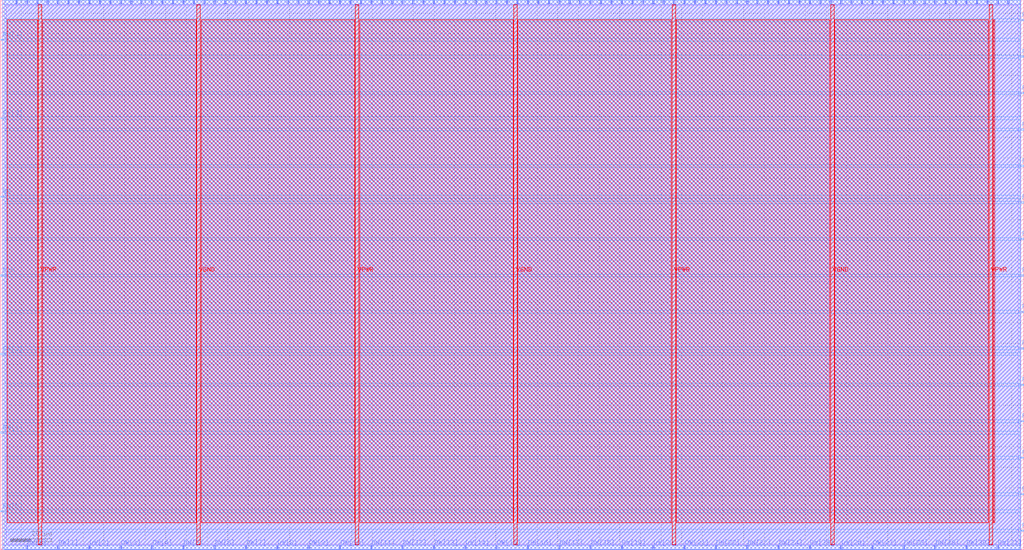
<source format=lef>
VERSION 5.7 ;
  NOWIREEXTENSIONATPIN ON ;
  DIVIDERCHAR "/" ;
  BUSBITCHARS "[]" ;
MACRO DFFRF_3R1W
  CLASS BLOCK ;
  FOREIGN DFFRF_3R1W ;
  ORIGIN 0.000 0.000 ;
  SIZE 495.880 BY 266.560 ;
  PIN CLK
    DIRECTION INPUT ;
    USE SIGNAL ;
    PORT
      LAYER met3 ;
        RECT 0.000 132.640 2.000 133.240 ;
    END
  END CLK
  PIN DA[0]
    DIRECTION OUTPUT TRISTATE ;
    USE SIGNAL ;
    PORT
      LAYER met2 ;
        RECT 7.450 264.560 7.730 266.560 ;
    END
  END DA[0]
  PIN DA[10]
    DIRECTION OUTPUT TRISTATE ;
    USE SIGNAL ;
    PORT
      LAYER met2 ;
        RECT 58.050 264.560 58.330 266.560 ;
    END
  END DA[10]
  PIN DA[11]
    DIRECTION OUTPUT TRISTATE ;
    USE SIGNAL ;
    PORT
      LAYER met2 ;
        RECT 63.110 264.560 63.390 266.560 ;
    END
  END DA[11]
  PIN DA[12]
    DIRECTION OUTPUT TRISTATE ;
    USE SIGNAL ;
    PORT
      LAYER met2 ;
        RECT 68.170 264.560 68.450 266.560 ;
    END
  END DA[12]
  PIN DA[13]
    DIRECTION OUTPUT TRISTATE ;
    USE SIGNAL ;
    PORT
      LAYER met2 ;
        RECT 73.230 264.560 73.510 266.560 ;
    END
  END DA[13]
  PIN DA[14]
    DIRECTION OUTPUT TRISTATE ;
    USE SIGNAL ;
    PORT
      LAYER met2 ;
        RECT 78.290 264.560 78.570 266.560 ;
    END
  END DA[14]
  PIN DA[15]
    DIRECTION OUTPUT TRISTATE ;
    USE SIGNAL ;
    PORT
      LAYER met2 ;
        RECT 83.350 264.560 83.630 266.560 ;
    END
  END DA[15]
  PIN DA[16]
    DIRECTION OUTPUT TRISTATE ;
    USE SIGNAL ;
    PORT
      LAYER met2 ;
        RECT 88.410 264.560 88.690 266.560 ;
    END
  END DA[16]
  PIN DA[17]
    DIRECTION OUTPUT TRISTATE ;
    USE SIGNAL ;
    PORT
      LAYER met2 ;
        RECT 93.470 264.560 93.750 266.560 ;
    END
  END DA[17]
  PIN DA[18]
    DIRECTION OUTPUT TRISTATE ;
    USE SIGNAL ;
    PORT
      LAYER met2 ;
        RECT 98.530 264.560 98.810 266.560 ;
    END
  END DA[18]
  PIN DA[19]
    DIRECTION OUTPUT TRISTATE ;
    USE SIGNAL ;
    PORT
      LAYER met2 ;
        RECT 103.590 264.560 103.870 266.560 ;
    END
  END DA[19]
  PIN DA[1]
    DIRECTION OUTPUT TRISTATE ;
    USE SIGNAL ;
    PORT
      LAYER met2 ;
        RECT 12.510 264.560 12.790 266.560 ;
    END
  END DA[1]
  PIN DA[20]
    DIRECTION OUTPUT TRISTATE ;
    USE SIGNAL ;
    PORT
      LAYER met2 ;
        RECT 108.650 264.560 108.930 266.560 ;
    END
  END DA[20]
  PIN DA[21]
    DIRECTION OUTPUT TRISTATE ;
    USE SIGNAL ;
    PORT
      LAYER met2 ;
        RECT 113.710 264.560 113.990 266.560 ;
    END
  END DA[21]
  PIN DA[22]
    DIRECTION OUTPUT TRISTATE ;
    USE SIGNAL ;
    PORT
      LAYER met2 ;
        RECT 118.770 264.560 119.050 266.560 ;
    END
  END DA[22]
  PIN DA[23]
    DIRECTION OUTPUT TRISTATE ;
    USE SIGNAL ;
    PORT
      LAYER met2 ;
        RECT 123.830 264.560 124.110 266.560 ;
    END
  END DA[23]
  PIN DA[24]
    DIRECTION OUTPUT TRISTATE ;
    USE SIGNAL ;
    PORT
      LAYER met2 ;
        RECT 128.890 264.560 129.170 266.560 ;
    END
  END DA[24]
  PIN DA[25]
    DIRECTION OUTPUT TRISTATE ;
    USE SIGNAL ;
    PORT
      LAYER met2 ;
        RECT 133.950 264.560 134.230 266.560 ;
    END
  END DA[25]
  PIN DA[26]
    DIRECTION OUTPUT TRISTATE ;
    USE SIGNAL ;
    PORT
      LAYER met2 ;
        RECT 139.010 264.560 139.290 266.560 ;
    END
  END DA[26]
  PIN DA[27]
    DIRECTION OUTPUT TRISTATE ;
    USE SIGNAL ;
    PORT
      LAYER met2 ;
        RECT 144.070 264.560 144.350 266.560 ;
    END
  END DA[27]
  PIN DA[28]
    DIRECTION OUTPUT TRISTATE ;
    USE SIGNAL ;
    PORT
      LAYER met2 ;
        RECT 149.130 264.560 149.410 266.560 ;
    END
  END DA[28]
  PIN DA[29]
    DIRECTION OUTPUT TRISTATE ;
    USE SIGNAL ;
    PORT
      LAYER met2 ;
        RECT 154.190 264.560 154.470 266.560 ;
    END
  END DA[29]
  PIN DA[2]
    DIRECTION OUTPUT TRISTATE ;
    USE SIGNAL ;
    PORT
      LAYER met2 ;
        RECT 17.570 264.560 17.850 266.560 ;
    END
  END DA[2]
  PIN DA[30]
    DIRECTION OUTPUT TRISTATE ;
    USE SIGNAL ;
    PORT
      LAYER met2 ;
        RECT 159.250 264.560 159.530 266.560 ;
    END
  END DA[30]
  PIN DA[31]
    DIRECTION OUTPUT TRISTATE ;
    USE SIGNAL ;
    PORT
      LAYER met2 ;
        RECT 164.310 264.560 164.590 266.560 ;
    END
  END DA[31]
  PIN DA[3]
    DIRECTION OUTPUT TRISTATE ;
    USE SIGNAL ;
    PORT
      LAYER met2 ;
        RECT 22.630 264.560 22.910 266.560 ;
    END
  END DA[3]
  PIN DA[4]
    DIRECTION OUTPUT TRISTATE ;
    USE SIGNAL ;
    PORT
      LAYER met2 ;
        RECT 27.690 264.560 27.970 266.560 ;
    END
  END DA[4]
  PIN DA[5]
    DIRECTION OUTPUT TRISTATE ;
    USE SIGNAL ;
    PORT
      LAYER met2 ;
        RECT 32.750 264.560 33.030 266.560 ;
    END
  END DA[5]
  PIN DA[6]
    DIRECTION OUTPUT TRISTATE ;
    USE SIGNAL ;
    PORT
      LAYER met2 ;
        RECT 37.810 264.560 38.090 266.560 ;
    END
  END DA[6]
  PIN DA[7]
    DIRECTION OUTPUT TRISTATE ;
    USE SIGNAL ;
    PORT
      LAYER met2 ;
        RECT 42.870 264.560 43.150 266.560 ;
    END
  END DA[7]
  PIN DA[8]
    DIRECTION OUTPUT TRISTATE ;
    USE SIGNAL ;
    PORT
      LAYER met2 ;
        RECT 47.930 264.560 48.210 266.560 ;
    END
  END DA[8]
  PIN DA[9]
    DIRECTION OUTPUT TRISTATE ;
    USE SIGNAL ;
    PORT
      LAYER met2 ;
        RECT 52.990 264.560 53.270 266.560 ;
    END
  END DA[9]
  PIN DB[0]
    DIRECTION OUTPUT TRISTATE ;
    USE SIGNAL ;
    PORT
      LAYER met2 ;
        RECT 169.370 264.560 169.650 266.560 ;
    END
  END DB[0]
  PIN DB[10]
    DIRECTION OUTPUT TRISTATE ;
    USE SIGNAL ;
    PORT
      LAYER met2 ;
        RECT 219.970 264.560 220.250 266.560 ;
    END
  END DB[10]
  PIN DB[11]
    DIRECTION OUTPUT TRISTATE ;
    USE SIGNAL ;
    PORT
      LAYER met2 ;
        RECT 225.030 264.560 225.310 266.560 ;
    END
  END DB[11]
  PIN DB[12]
    DIRECTION OUTPUT TRISTATE ;
    USE SIGNAL ;
    PORT
      LAYER met2 ;
        RECT 230.090 264.560 230.370 266.560 ;
    END
  END DB[12]
  PIN DB[13]
    DIRECTION OUTPUT TRISTATE ;
    USE SIGNAL ;
    PORT
      LAYER met2 ;
        RECT 235.150 264.560 235.430 266.560 ;
    END
  END DB[13]
  PIN DB[14]
    DIRECTION OUTPUT TRISTATE ;
    USE SIGNAL ;
    PORT
      LAYER met2 ;
        RECT 240.210 264.560 240.490 266.560 ;
    END
  END DB[14]
  PIN DB[15]
    DIRECTION OUTPUT TRISTATE ;
    USE SIGNAL ;
    PORT
      LAYER met2 ;
        RECT 245.270 264.560 245.550 266.560 ;
    END
  END DB[15]
  PIN DB[16]
    DIRECTION OUTPUT TRISTATE ;
    USE SIGNAL ;
    PORT
      LAYER met2 ;
        RECT 250.330 264.560 250.610 266.560 ;
    END
  END DB[16]
  PIN DB[17]
    DIRECTION OUTPUT TRISTATE ;
    USE SIGNAL ;
    PORT
      LAYER met2 ;
        RECT 255.390 264.560 255.670 266.560 ;
    END
  END DB[17]
  PIN DB[18]
    DIRECTION OUTPUT TRISTATE ;
    USE SIGNAL ;
    PORT
      LAYER met2 ;
        RECT 260.450 264.560 260.730 266.560 ;
    END
  END DB[18]
  PIN DB[19]
    DIRECTION OUTPUT TRISTATE ;
    USE SIGNAL ;
    PORT
      LAYER met2 ;
        RECT 265.510 264.560 265.790 266.560 ;
    END
  END DB[19]
  PIN DB[1]
    DIRECTION OUTPUT TRISTATE ;
    USE SIGNAL ;
    PORT
      LAYER met2 ;
        RECT 174.430 264.560 174.710 266.560 ;
    END
  END DB[1]
  PIN DB[20]
    DIRECTION OUTPUT TRISTATE ;
    USE SIGNAL ;
    PORT
      LAYER met2 ;
        RECT 270.570 264.560 270.850 266.560 ;
    END
  END DB[20]
  PIN DB[21]
    DIRECTION OUTPUT TRISTATE ;
    USE SIGNAL ;
    PORT
      LAYER met2 ;
        RECT 275.630 264.560 275.910 266.560 ;
    END
  END DB[21]
  PIN DB[22]
    DIRECTION OUTPUT TRISTATE ;
    USE SIGNAL ;
    PORT
      LAYER met2 ;
        RECT 280.690 264.560 280.970 266.560 ;
    END
  END DB[22]
  PIN DB[23]
    DIRECTION OUTPUT TRISTATE ;
    USE SIGNAL ;
    PORT
      LAYER met2 ;
        RECT 285.750 264.560 286.030 266.560 ;
    END
  END DB[23]
  PIN DB[24]
    DIRECTION OUTPUT TRISTATE ;
    USE SIGNAL ;
    PORT
      LAYER met2 ;
        RECT 290.810 264.560 291.090 266.560 ;
    END
  END DB[24]
  PIN DB[25]
    DIRECTION OUTPUT TRISTATE ;
    USE SIGNAL ;
    PORT
      LAYER met2 ;
        RECT 295.870 264.560 296.150 266.560 ;
    END
  END DB[25]
  PIN DB[26]
    DIRECTION OUTPUT TRISTATE ;
    USE SIGNAL ;
    PORT
      LAYER met2 ;
        RECT 300.930 264.560 301.210 266.560 ;
    END
  END DB[26]
  PIN DB[27]
    DIRECTION OUTPUT TRISTATE ;
    USE SIGNAL ;
    PORT
      LAYER met2 ;
        RECT 305.990 264.560 306.270 266.560 ;
    END
  END DB[27]
  PIN DB[28]
    DIRECTION OUTPUT TRISTATE ;
    USE SIGNAL ;
    PORT
      LAYER met2 ;
        RECT 311.050 264.560 311.330 266.560 ;
    END
  END DB[28]
  PIN DB[29]
    DIRECTION OUTPUT TRISTATE ;
    USE SIGNAL ;
    PORT
      LAYER met2 ;
        RECT 316.110 264.560 316.390 266.560 ;
    END
  END DB[29]
  PIN DB[2]
    DIRECTION OUTPUT TRISTATE ;
    USE SIGNAL ;
    PORT
      LAYER met2 ;
        RECT 179.490 264.560 179.770 266.560 ;
    END
  END DB[2]
  PIN DB[30]
    DIRECTION OUTPUT TRISTATE ;
    USE SIGNAL ;
    PORT
      LAYER met2 ;
        RECT 321.170 264.560 321.450 266.560 ;
    END
  END DB[30]
  PIN DB[31]
    DIRECTION OUTPUT TRISTATE ;
    USE SIGNAL ;
    PORT
      LAYER met2 ;
        RECT 326.230 264.560 326.510 266.560 ;
    END
  END DB[31]
  PIN DB[3]
    DIRECTION OUTPUT TRISTATE ;
    USE SIGNAL ;
    PORT
      LAYER met2 ;
        RECT 184.550 264.560 184.830 266.560 ;
    END
  END DB[3]
  PIN DB[4]
    DIRECTION OUTPUT TRISTATE ;
    USE SIGNAL ;
    PORT
      LAYER met2 ;
        RECT 189.610 264.560 189.890 266.560 ;
    END
  END DB[4]
  PIN DB[5]
    DIRECTION OUTPUT TRISTATE ;
    USE SIGNAL ;
    PORT
      LAYER met2 ;
        RECT 194.670 264.560 194.950 266.560 ;
    END
  END DB[5]
  PIN DB[6]
    DIRECTION OUTPUT TRISTATE ;
    USE SIGNAL ;
    PORT
      LAYER met2 ;
        RECT 199.730 264.560 200.010 266.560 ;
    END
  END DB[6]
  PIN DB[7]
    DIRECTION OUTPUT TRISTATE ;
    USE SIGNAL ;
    PORT
      LAYER met2 ;
        RECT 204.790 264.560 205.070 266.560 ;
    END
  END DB[7]
  PIN DB[8]
    DIRECTION OUTPUT TRISTATE ;
    USE SIGNAL ;
    PORT
      LAYER met2 ;
        RECT 209.850 264.560 210.130 266.560 ;
    END
  END DB[8]
  PIN DB[9]
    DIRECTION OUTPUT TRISTATE ;
    USE SIGNAL ;
    PORT
      LAYER met2 ;
        RECT 214.910 264.560 215.190 266.560 ;
    END
  END DB[9]
  PIN DC[0]
    DIRECTION OUTPUT TRISTATE ;
    USE SIGNAL ;
    PORT
      LAYER met2 ;
        RECT 331.290 264.560 331.570 266.560 ;
    END
  END DC[0]
  PIN DC[10]
    DIRECTION OUTPUT TRISTATE ;
    USE SIGNAL ;
    PORT
      LAYER met2 ;
        RECT 381.890 264.560 382.170 266.560 ;
    END
  END DC[10]
  PIN DC[11]
    DIRECTION OUTPUT TRISTATE ;
    USE SIGNAL ;
    PORT
      LAYER met2 ;
        RECT 386.950 264.560 387.230 266.560 ;
    END
  END DC[11]
  PIN DC[12]
    DIRECTION OUTPUT TRISTATE ;
    USE SIGNAL ;
    PORT
      LAYER met2 ;
        RECT 392.010 264.560 392.290 266.560 ;
    END
  END DC[12]
  PIN DC[13]
    DIRECTION OUTPUT TRISTATE ;
    USE SIGNAL ;
    PORT
      LAYER met2 ;
        RECT 397.070 264.560 397.350 266.560 ;
    END
  END DC[13]
  PIN DC[14]
    DIRECTION OUTPUT TRISTATE ;
    USE SIGNAL ;
    PORT
      LAYER met2 ;
        RECT 402.130 264.560 402.410 266.560 ;
    END
  END DC[14]
  PIN DC[15]
    DIRECTION OUTPUT TRISTATE ;
    USE SIGNAL ;
    PORT
      LAYER met2 ;
        RECT 407.190 264.560 407.470 266.560 ;
    END
  END DC[15]
  PIN DC[16]
    DIRECTION OUTPUT TRISTATE ;
    USE SIGNAL ;
    PORT
      LAYER met2 ;
        RECT 412.250 264.560 412.530 266.560 ;
    END
  END DC[16]
  PIN DC[17]
    DIRECTION OUTPUT TRISTATE ;
    USE SIGNAL ;
    PORT
      LAYER met2 ;
        RECT 417.310 264.560 417.590 266.560 ;
    END
  END DC[17]
  PIN DC[18]
    DIRECTION OUTPUT TRISTATE ;
    USE SIGNAL ;
    PORT
      LAYER met2 ;
        RECT 422.370 264.560 422.650 266.560 ;
    END
  END DC[18]
  PIN DC[19]
    DIRECTION OUTPUT TRISTATE ;
    USE SIGNAL ;
    PORT
      LAYER met2 ;
        RECT 427.430 264.560 427.710 266.560 ;
    END
  END DC[19]
  PIN DC[1]
    DIRECTION OUTPUT TRISTATE ;
    USE SIGNAL ;
    PORT
      LAYER met2 ;
        RECT 336.350 264.560 336.630 266.560 ;
    END
  END DC[1]
  PIN DC[20]
    DIRECTION OUTPUT TRISTATE ;
    USE SIGNAL ;
    PORT
      LAYER met2 ;
        RECT 432.490 264.560 432.770 266.560 ;
    END
  END DC[20]
  PIN DC[21]
    DIRECTION OUTPUT TRISTATE ;
    USE SIGNAL ;
    PORT
      LAYER met2 ;
        RECT 437.550 264.560 437.830 266.560 ;
    END
  END DC[21]
  PIN DC[22]
    DIRECTION OUTPUT TRISTATE ;
    USE SIGNAL ;
    PORT
      LAYER met2 ;
        RECT 442.610 264.560 442.890 266.560 ;
    END
  END DC[22]
  PIN DC[23]
    DIRECTION OUTPUT TRISTATE ;
    USE SIGNAL ;
    PORT
      LAYER met2 ;
        RECT 447.670 264.560 447.950 266.560 ;
    END
  END DC[23]
  PIN DC[24]
    DIRECTION OUTPUT TRISTATE ;
    USE SIGNAL ;
    PORT
      LAYER met2 ;
        RECT 452.730 264.560 453.010 266.560 ;
    END
  END DC[24]
  PIN DC[25]
    DIRECTION OUTPUT TRISTATE ;
    USE SIGNAL ;
    PORT
      LAYER met2 ;
        RECT 457.790 264.560 458.070 266.560 ;
    END
  END DC[25]
  PIN DC[26]
    DIRECTION OUTPUT TRISTATE ;
    USE SIGNAL ;
    PORT
      LAYER met2 ;
        RECT 462.850 264.560 463.130 266.560 ;
    END
  END DC[26]
  PIN DC[27]
    DIRECTION OUTPUT TRISTATE ;
    USE SIGNAL ;
    PORT
      LAYER met2 ;
        RECT 467.910 264.560 468.190 266.560 ;
    END
  END DC[27]
  PIN DC[28]
    DIRECTION OUTPUT TRISTATE ;
    USE SIGNAL ;
    PORT
      LAYER met2 ;
        RECT 472.970 264.560 473.250 266.560 ;
    END
  END DC[28]
  PIN DC[29]
    DIRECTION OUTPUT TRISTATE ;
    USE SIGNAL ;
    PORT
      LAYER met2 ;
        RECT 478.030 264.560 478.310 266.560 ;
    END
  END DC[29]
  PIN DC[2]
    DIRECTION OUTPUT TRISTATE ;
    USE SIGNAL ;
    PORT
      LAYER met2 ;
        RECT 341.410 264.560 341.690 266.560 ;
    END
  END DC[2]
  PIN DC[30]
    DIRECTION OUTPUT TRISTATE ;
    USE SIGNAL ;
    PORT
      LAYER met2 ;
        RECT 483.090 264.560 483.370 266.560 ;
    END
  END DC[30]
  PIN DC[31]
    DIRECTION OUTPUT TRISTATE ;
    USE SIGNAL ;
    PORT
      LAYER met2 ;
        RECT 488.150 264.560 488.430 266.560 ;
    END
  END DC[31]
  PIN DC[3]
    DIRECTION OUTPUT TRISTATE ;
    USE SIGNAL ;
    PORT
      LAYER met2 ;
        RECT 346.470 264.560 346.750 266.560 ;
    END
  END DC[3]
  PIN DC[4]
    DIRECTION OUTPUT TRISTATE ;
    USE SIGNAL ;
    PORT
      LAYER met2 ;
        RECT 351.530 264.560 351.810 266.560 ;
    END
  END DC[4]
  PIN DC[5]
    DIRECTION OUTPUT TRISTATE ;
    USE SIGNAL ;
    PORT
      LAYER met2 ;
        RECT 356.590 264.560 356.870 266.560 ;
    END
  END DC[5]
  PIN DC[6]
    DIRECTION OUTPUT TRISTATE ;
    USE SIGNAL ;
    PORT
      LAYER met2 ;
        RECT 361.650 264.560 361.930 266.560 ;
    END
  END DC[6]
  PIN DC[7]
    DIRECTION OUTPUT TRISTATE ;
    USE SIGNAL ;
    PORT
      LAYER met2 ;
        RECT 366.710 264.560 366.990 266.560 ;
    END
  END DC[7]
  PIN DC[8]
    DIRECTION OUTPUT TRISTATE ;
    USE SIGNAL ;
    PORT
      LAYER met2 ;
        RECT 371.770 264.560 372.050 266.560 ;
    END
  END DC[8]
  PIN DC[9]
    DIRECTION OUTPUT TRISTATE ;
    USE SIGNAL ;
    PORT
      LAYER met2 ;
        RECT 376.830 264.560 377.110 266.560 ;
    END
  END DC[9]
  PIN DW[0]
    DIRECTION INPUT ;
    USE SIGNAL ;
    PORT
      LAYER met2 ;
        RECT 12.510 0.000 12.790 2.000 ;
    END
  END DW[0]
  PIN DW[10]
    DIRECTION INPUT ;
    USE SIGNAL ;
    PORT
      LAYER met2 ;
        RECT 164.310 0.000 164.590 2.000 ;
    END
  END DW[10]
  PIN DW[11]
    DIRECTION INPUT ;
    USE SIGNAL ;
    PORT
      LAYER met2 ;
        RECT 179.490 0.000 179.770 2.000 ;
    END
  END DW[11]
  PIN DW[12]
    DIRECTION INPUT ;
    USE SIGNAL ;
    PORT
      LAYER met2 ;
        RECT 194.670 0.000 194.950 2.000 ;
    END
  END DW[12]
  PIN DW[13]
    DIRECTION INPUT ;
    USE SIGNAL ;
    PORT
      LAYER met2 ;
        RECT 209.850 0.000 210.130 2.000 ;
    END
  END DW[13]
  PIN DW[14]
    DIRECTION INPUT ;
    USE SIGNAL ;
    PORT
      LAYER met2 ;
        RECT 225.030 0.000 225.310 2.000 ;
    END
  END DW[14]
  PIN DW[15]
    DIRECTION INPUT ;
    USE SIGNAL ;
    PORT
      LAYER met2 ;
        RECT 240.210 0.000 240.490 2.000 ;
    END
  END DW[15]
  PIN DW[16]
    DIRECTION INPUT ;
    USE SIGNAL ;
    PORT
      LAYER met2 ;
        RECT 255.390 0.000 255.670 2.000 ;
    END
  END DW[16]
  PIN DW[17]
    DIRECTION INPUT ;
    USE SIGNAL ;
    PORT
      LAYER met2 ;
        RECT 270.570 0.000 270.850 2.000 ;
    END
  END DW[17]
  PIN DW[18]
    DIRECTION INPUT ;
    USE SIGNAL ;
    PORT
      LAYER met2 ;
        RECT 285.750 0.000 286.030 2.000 ;
    END
  END DW[18]
  PIN DW[19]
    DIRECTION INPUT ;
    USE SIGNAL ;
    PORT
      LAYER met2 ;
        RECT 300.930 0.000 301.210 2.000 ;
    END
  END DW[19]
  PIN DW[1]
    DIRECTION INPUT ;
    USE SIGNAL ;
    PORT
      LAYER met2 ;
        RECT 27.690 0.000 27.970 2.000 ;
    END
  END DW[1]
  PIN DW[20]
    DIRECTION INPUT ;
    USE SIGNAL ;
    PORT
      LAYER met2 ;
        RECT 316.110 0.000 316.390 2.000 ;
    END
  END DW[20]
  PIN DW[21]
    DIRECTION INPUT ;
    USE SIGNAL ;
    PORT
      LAYER met2 ;
        RECT 331.290 0.000 331.570 2.000 ;
    END
  END DW[21]
  PIN DW[22]
    DIRECTION INPUT ;
    USE SIGNAL ;
    PORT
      LAYER met2 ;
        RECT 346.470 0.000 346.750 2.000 ;
    END
  END DW[22]
  PIN DW[23]
    DIRECTION INPUT ;
    USE SIGNAL ;
    PORT
      LAYER met2 ;
        RECT 361.650 0.000 361.930 2.000 ;
    END
  END DW[23]
  PIN DW[24]
    DIRECTION INPUT ;
    USE SIGNAL ;
    PORT
      LAYER met2 ;
        RECT 376.830 0.000 377.110 2.000 ;
    END
  END DW[24]
  PIN DW[25]
    DIRECTION INPUT ;
    USE SIGNAL ;
    PORT
      LAYER met2 ;
        RECT 392.010 0.000 392.290 2.000 ;
    END
  END DW[25]
  PIN DW[26]
    DIRECTION INPUT ;
    USE SIGNAL ;
    PORT
      LAYER met2 ;
        RECT 407.190 0.000 407.470 2.000 ;
    END
  END DW[26]
  PIN DW[27]
    DIRECTION INPUT ;
    USE SIGNAL ;
    PORT
      LAYER met2 ;
        RECT 422.370 0.000 422.650 2.000 ;
    END
  END DW[27]
  PIN DW[28]
    DIRECTION INPUT ;
    USE SIGNAL ;
    PORT
      LAYER met2 ;
        RECT 437.550 0.000 437.830 2.000 ;
    END
  END DW[28]
  PIN DW[29]
    DIRECTION INPUT ;
    USE SIGNAL ;
    PORT
      LAYER met2 ;
        RECT 452.730 0.000 453.010 2.000 ;
    END
  END DW[29]
  PIN DW[2]
    DIRECTION INPUT ;
    USE SIGNAL ;
    PORT
      LAYER met2 ;
        RECT 42.870 0.000 43.150 2.000 ;
    END
  END DW[2]
  PIN DW[30]
    DIRECTION INPUT ;
    USE SIGNAL ;
    PORT
      LAYER met2 ;
        RECT 467.910 0.000 468.190 2.000 ;
    END
  END DW[30]
  PIN DW[31]
    DIRECTION INPUT ;
    USE SIGNAL ;
    PORT
      LAYER met2 ;
        RECT 483.090 0.000 483.370 2.000 ;
    END
  END DW[31]
  PIN DW[3]
    DIRECTION INPUT ;
    USE SIGNAL ;
    PORT
      LAYER met2 ;
        RECT 58.050 0.000 58.330 2.000 ;
    END
  END DW[3]
  PIN DW[4]
    DIRECTION INPUT ;
    USE SIGNAL ;
    PORT
      LAYER met2 ;
        RECT 73.230 0.000 73.510 2.000 ;
    END
  END DW[4]
  PIN DW[5]
    DIRECTION INPUT ;
    USE SIGNAL ;
    PORT
      LAYER met2 ;
        RECT 88.410 0.000 88.690 2.000 ;
    END
  END DW[5]
  PIN DW[6]
    DIRECTION INPUT ;
    USE SIGNAL ;
    PORT
      LAYER met2 ;
        RECT 103.590 0.000 103.870 2.000 ;
    END
  END DW[6]
  PIN DW[7]
    DIRECTION INPUT ;
    USE SIGNAL ;
    PORT
      LAYER met2 ;
        RECT 118.770 0.000 119.050 2.000 ;
    END
  END DW[7]
  PIN DW[8]
    DIRECTION INPUT ;
    USE SIGNAL ;
    PORT
      LAYER met2 ;
        RECT 133.950 0.000 134.230 2.000 ;
    END
  END DW[8]
  PIN DW[9]
    DIRECTION INPUT ;
    USE SIGNAL ;
    PORT
      LAYER met2 ;
        RECT 149.130 0.000 149.410 2.000 ;
    END
  END DW[9]
  PIN RA[0]
    DIRECTION INPUT ;
    USE SIGNAL ;
    PORT
      LAYER met3 ;
        RECT 493.880 8.880 495.880 9.480 ;
    END
  END RA[0]
  PIN RA[1]
    DIRECTION INPUT ;
    USE SIGNAL ;
    PORT
      LAYER met3 ;
        RECT 493.880 26.560 495.880 27.160 ;
    END
  END RA[1]
  PIN RA[2]
    DIRECTION INPUT ;
    USE SIGNAL ;
    PORT
      LAYER met3 ;
        RECT 493.880 44.240 495.880 44.840 ;
    END
  END RA[2]
  PIN RA[3]
    DIRECTION INPUT ;
    USE SIGNAL ;
    PORT
      LAYER met3 ;
        RECT 493.880 61.920 495.880 62.520 ;
    END
  END RA[3]
  PIN RA[4]
    DIRECTION INPUT ;
    USE SIGNAL ;
    PORT
      LAYER met3 ;
        RECT 493.880 79.600 495.880 80.200 ;
    END
  END RA[4]
  PIN RB[0]
    DIRECTION INPUT ;
    USE SIGNAL ;
    PORT
      LAYER met3 ;
        RECT 493.880 97.280 495.880 97.880 ;
    END
  END RB[0]
  PIN RB[1]
    DIRECTION INPUT ;
    USE SIGNAL ;
    PORT
      LAYER met3 ;
        RECT 493.880 114.960 495.880 115.560 ;
    END
  END RB[1]
  PIN RB[2]
    DIRECTION INPUT ;
    USE SIGNAL ;
    PORT
      LAYER met3 ;
        RECT 493.880 132.640 495.880 133.240 ;
    END
  END RB[2]
  PIN RB[3]
    DIRECTION INPUT ;
    USE SIGNAL ;
    PORT
      LAYER met3 ;
        RECT 493.880 150.320 495.880 150.920 ;
    END
  END RB[3]
  PIN RB[4]
    DIRECTION INPUT ;
    USE SIGNAL ;
    PORT
      LAYER met3 ;
        RECT 493.880 168.000 495.880 168.600 ;
    END
  END RB[4]
  PIN RC[0]
    DIRECTION INPUT ;
    USE SIGNAL ;
    PORT
      LAYER met3 ;
        RECT 493.880 185.680 495.880 186.280 ;
    END
  END RC[0]
  PIN RC[1]
    DIRECTION INPUT ;
    USE SIGNAL ;
    PORT
      LAYER met3 ;
        RECT 493.880 203.360 495.880 203.960 ;
    END
  END RC[1]
  PIN RC[2]
    DIRECTION INPUT ;
    USE SIGNAL ;
    PORT
      LAYER met3 ;
        RECT 493.880 221.040 495.880 221.640 ;
    END
  END RC[2]
  PIN RC[3]
    DIRECTION INPUT ;
    USE SIGNAL ;
    PORT
      LAYER met3 ;
        RECT 493.880 238.720 495.880 239.320 ;
    END
  END RC[3]
  PIN RC[4]
    DIRECTION INPUT ;
    USE SIGNAL ;
    PORT
      LAYER met3 ;
        RECT 493.880 256.400 495.880 257.000 ;
    END
  END RC[4]
  PIN RW[0]
    DIRECTION INPUT ;
    USE SIGNAL ;
    PORT
      LAYER met3 ;
        RECT 0.000 18.400 2.000 19.000 ;
    END
  END RW[0]
  PIN RW[1]
    DIRECTION INPUT ;
    USE SIGNAL ;
    PORT
      LAYER met3 ;
        RECT 0.000 56.480 2.000 57.080 ;
    END
  END RW[1]
  PIN RW[2]
    DIRECTION INPUT ;
    USE SIGNAL ;
    PORT
      LAYER met3 ;
        RECT 0.000 94.560 2.000 95.160 ;
    END
  END RW[2]
  PIN RW[3]
    DIRECTION INPUT ;
    USE SIGNAL ;
    PORT
      LAYER met3 ;
        RECT 0.000 208.800 2.000 209.400 ;
    END
  END RW[3]
  PIN RW[4]
    DIRECTION INPUT ;
    USE SIGNAL ;
    PORT
      LAYER met3 ;
        RECT 0.000 246.880 2.000 247.480 ;
    END
  END RW[4]
  PIN VGND
    DIRECTION INOUT ;
    USE GROUND ;
    PORT
      LAYER met4 ;
        RECT 95.080 2.480 96.680 264.080 ;
    END
    PORT
      LAYER met4 ;
        RECT 248.680 2.480 250.280 264.080 ;
    END
    PORT
      LAYER met4 ;
        RECT 402.280 2.480 403.880 264.080 ;
    END
  END VGND
  PIN VPWR
    DIRECTION INOUT ;
    USE POWER ;
    PORT
      LAYER met4 ;
        RECT 18.280 2.480 19.880 264.080 ;
    END
    PORT
      LAYER met4 ;
        RECT 171.880 2.480 173.480 264.080 ;
    END
    PORT
      LAYER met4 ;
        RECT 325.480 2.480 327.080 264.080 ;
    END
    PORT
      LAYER met4 ;
        RECT 479.080 2.480 480.680 264.080 ;
    END
  END VPWR
  PIN WE
    DIRECTION INPUT ;
    USE SIGNAL ;
    PORT
      LAYER met3 ;
        RECT 0.000 170.720 2.000 171.320 ;
    END
  END WE
  OBS
      LAYER li1 ;
        RECT 2.760 2.635 493.120 263.925 ;
      LAYER met1 ;
        RECT 0.990 0.040 494.430 266.520 ;
      LAYER met2 ;
        RECT 1.020 264.280 7.170 266.550 ;
        RECT 8.010 264.280 12.230 266.550 ;
        RECT 13.070 264.280 17.290 266.550 ;
        RECT 18.130 264.280 22.350 266.550 ;
        RECT 23.190 264.280 27.410 266.550 ;
        RECT 28.250 264.280 32.470 266.550 ;
        RECT 33.310 264.280 37.530 266.550 ;
        RECT 38.370 264.280 42.590 266.550 ;
        RECT 43.430 264.280 47.650 266.550 ;
        RECT 48.490 264.280 52.710 266.550 ;
        RECT 53.550 264.280 57.770 266.550 ;
        RECT 58.610 264.280 62.830 266.550 ;
        RECT 63.670 264.280 67.890 266.550 ;
        RECT 68.730 264.280 72.950 266.550 ;
        RECT 73.790 264.280 78.010 266.550 ;
        RECT 78.850 264.280 83.070 266.550 ;
        RECT 83.910 264.280 88.130 266.550 ;
        RECT 88.970 264.280 93.190 266.550 ;
        RECT 94.030 264.280 98.250 266.550 ;
        RECT 99.090 264.280 103.310 266.550 ;
        RECT 104.150 264.280 108.370 266.550 ;
        RECT 109.210 264.280 113.430 266.550 ;
        RECT 114.270 264.280 118.490 266.550 ;
        RECT 119.330 264.280 123.550 266.550 ;
        RECT 124.390 264.280 128.610 266.550 ;
        RECT 129.450 264.280 133.670 266.550 ;
        RECT 134.510 264.280 138.730 266.550 ;
        RECT 139.570 264.280 143.790 266.550 ;
        RECT 144.630 264.280 148.850 266.550 ;
        RECT 149.690 264.280 153.910 266.550 ;
        RECT 154.750 264.280 158.970 266.550 ;
        RECT 159.810 264.280 164.030 266.550 ;
        RECT 164.870 264.280 169.090 266.550 ;
        RECT 169.930 264.280 174.150 266.550 ;
        RECT 174.990 264.280 179.210 266.550 ;
        RECT 180.050 264.280 184.270 266.550 ;
        RECT 185.110 264.280 189.330 266.550 ;
        RECT 190.170 264.280 194.390 266.550 ;
        RECT 195.230 264.280 199.450 266.550 ;
        RECT 200.290 264.280 204.510 266.550 ;
        RECT 205.350 264.280 209.570 266.550 ;
        RECT 210.410 264.280 214.630 266.550 ;
        RECT 215.470 264.280 219.690 266.550 ;
        RECT 220.530 264.280 224.750 266.550 ;
        RECT 225.590 264.280 229.810 266.550 ;
        RECT 230.650 264.280 234.870 266.550 ;
        RECT 235.710 264.280 239.930 266.550 ;
        RECT 240.770 264.280 244.990 266.550 ;
        RECT 245.830 264.280 250.050 266.550 ;
        RECT 250.890 264.280 255.110 266.550 ;
        RECT 255.950 264.280 260.170 266.550 ;
        RECT 261.010 264.280 265.230 266.550 ;
        RECT 266.070 264.280 270.290 266.550 ;
        RECT 271.130 264.280 275.350 266.550 ;
        RECT 276.190 264.280 280.410 266.550 ;
        RECT 281.250 264.280 285.470 266.550 ;
        RECT 286.310 264.280 290.530 266.550 ;
        RECT 291.370 264.280 295.590 266.550 ;
        RECT 296.430 264.280 300.650 266.550 ;
        RECT 301.490 264.280 305.710 266.550 ;
        RECT 306.550 264.280 310.770 266.550 ;
        RECT 311.610 264.280 315.830 266.550 ;
        RECT 316.670 264.280 320.890 266.550 ;
        RECT 321.730 264.280 325.950 266.550 ;
        RECT 326.790 264.280 331.010 266.550 ;
        RECT 331.850 264.280 336.070 266.550 ;
        RECT 336.910 264.280 341.130 266.550 ;
        RECT 341.970 264.280 346.190 266.550 ;
        RECT 347.030 264.280 351.250 266.550 ;
        RECT 352.090 264.280 356.310 266.550 ;
        RECT 357.150 264.280 361.370 266.550 ;
        RECT 362.210 264.280 366.430 266.550 ;
        RECT 367.270 264.280 371.490 266.550 ;
        RECT 372.330 264.280 376.550 266.550 ;
        RECT 377.390 264.280 381.610 266.550 ;
        RECT 382.450 264.280 386.670 266.550 ;
        RECT 387.510 264.280 391.730 266.550 ;
        RECT 392.570 264.280 396.790 266.550 ;
        RECT 397.630 264.280 401.850 266.550 ;
        RECT 402.690 264.280 406.910 266.550 ;
        RECT 407.750 264.280 411.970 266.550 ;
        RECT 412.810 264.280 417.030 266.550 ;
        RECT 417.870 264.280 422.090 266.550 ;
        RECT 422.930 264.280 427.150 266.550 ;
        RECT 427.990 264.280 432.210 266.550 ;
        RECT 433.050 264.280 437.270 266.550 ;
        RECT 438.110 264.280 442.330 266.550 ;
        RECT 443.170 264.280 447.390 266.550 ;
        RECT 448.230 264.280 452.450 266.550 ;
        RECT 453.290 264.280 457.510 266.550 ;
        RECT 458.350 264.280 462.570 266.550 ;
        RECT 463.410 264.280 467.630 266.550 ;
        RECT 468.470 264.280 472.690 266.550 ;
        RECT 473.530 264.280 477.750 266.550 ;
        RECT 478.590 264.280 482.810 266.550 ;
        RECT 483.650 264.280 487.870 266.550 ;
        RECT 488.710 264.280 494.400 266.550 ;
        RECT 1.020 2.280 494.400 264.280 ;
        RECT 1.020 0.010 12.230 2.280 ;
        RECT 13.070 0.010 27.410 2.280 ;
        RECT 28.250 0.010 42.590 2.280 ;
        RECT 43.430 0.010 57.770 2.280 ;
        RECT 58.610 0.010 72.950 2.280 ;
        RECT 73.790 0.010 88.130 2.280 ;
        RECT 88.970 0.010 103.310 2.280 ;
        RECT 104.150 0.010 118.490 2.280 ;
        RECT 119.330 0.010 133.670 2.280 ;
        RECT 134.510 0.010 148.850 2.280 ;
        RECT 149.690 0.010 164.030 2.280 ;
        RECT 164.870 0.010 179.210 2.280 ;
        RECT 180.050 0.010 194.390 2.280 ;
        RECT 195.230 0.010 209.570 2.280 ;
        RECT 210.410 0.010 224.750 2.280 ;
        RECT 225.590 0.010 239.930 2.280 ;
        RECT 240.770 0.010 255.110 2.280 ;
        RECT 255.950 0.010 270.290 2.280 ;
        RECT 271.130 0.010 285.470 2.280 ;
        RECT 286.310 0.010 300.650 2.280 ;
        RECT 301.490 0.010 315.830 2.280 ;
        RECT 316.670 0.010 331.010 2.280 ;
        RECT 331.850 0.010 346.190 2.280 ;
        RECT 347.030 0.010 361.370 2.280 ;
        RECT 362.210 0.010 376.550 2.280 ;
        RECT 377.390 0.010 391.730 2.280 ;
        RECT 392.570 0.010 406.910 2.280 ;
        RECT 407.750 0.010 422.090 2.280 ;
        RECT 422.930 0.010 437.270 2.280 ;
        RECT 438.110 0.010 452.450 2.280 ;
        RECT 453.290 0.010 467.630 2.280 ;
        RECT 468.470 0.010 482.810 2.280 ;
        RECT 483.650 0.010 494.400 2.280 ;
      LAYER met3 ;
        RECT 2.000 257.400 493.880 266.385 ;
        RECT 2.000 256.000 493.480 257.400 ;
        RECT 2.000 247.880 493.880 256.000 ;
        RECT 2.400 246.480 493.880 247.880 ;
        RECT 2.000 239.720 493.880 246.480 ;
        RECT 2.000 238.320 493.480 239.720 ;
        RECT 2.000 222.040 493.880 238.320 ;
        RECT 2.000 220.640 493.480 222.040 ;
        RECT 2.000 209.800 493.880 220.640 ;
        RECT 2.400 208.400 493.880 209.800 ;
        RECT 2.000 204.360 493.880 208.400 ;
        RECT 2.000 202.960 493.480 204.360 ;
        RECT 2.000 186.680 493.880 202.960 ;
        RECT 2.000 185.280 493.480 186.680 ;
        RECT 2.000 171.720 493.880 185.280 ;
        RECT 2.400 170.320 493.880 171.720 ;
        RECT 2.000 169.000 493.880 170.320 ;
        RECT 2.000 167.600 493.480 169.000 ;
        RECT 2.000 151.320 493.880 167.600 ;
        RECT 2.000 149.920 493.480 151.320 ;
        RECT 2.000 133.640 493.880 149.920 ;
        RECT 2.400 132.240 493.480 133.640 ;
        RECT 2.000 115.960 493.880 132.240 ;
        RECT 2.000 114.560 493.480 115.960 ;
        RECT 2.000 98.280 493.880 114.560 ;
        RECT 2.000 96.880 493.480 98.280 ;
        RECT 2.000 95.560 493.880 96.880 ;
        RECT 2.400 94.160 493.880 95.560 ;
        RECT 2.000 80.600 493.880 94.160 ;
        RECT 2.000 79.200 493.480 80.600 ;
        RECT 2.000 62.920 493.880 79.200 ;
        RECT 2.000 61.520 493.480 62.920 ;
        RECT 2.000 57.480 493.880 61.520 ;
        RECT 2.400 56.080 493.880 57.480 ;
        RECT 2.000 45.240 493.880 56.080 ;
        RECT 2.000 43.840 493.480 45.240 ;
        RECT 2.000 27.560 493.880 43.840 ;
        RECT 2.000 26.160 493.480 27.560 ;
        RECT 2.000 19.400 493.880 26.160 ;
        RECT 2.400 18.000 493.880 19.400 ;
        RECT 2.000 9.880 493.880 18.000 ;
        RECT 2.000 8.480 493.480 9.880 ;
        RECT 2.000 0.175 493.880 8.480 ;
      LAYER met4 ;
        RECT 3.055 13.095 17.880 256.865 ;
        RECT 20.280 13.095 94.680 256.865 ;
        RECT 97.080 13.095 171.480 256.865 ;
        RECT 173.880 13.095 248.280 256.865 ;
        RECT 250.680 13.095 325.080 256.865 ;
        RECT 327.480 13.095 401.880 256.865 ;
        RECT 404.280 13.095 478.680 256.865 ;
        RECT 481.080 13.095 481.785 256.865 ;
  END
END DFFRF_3R1W
END LIBRARY


</source>
